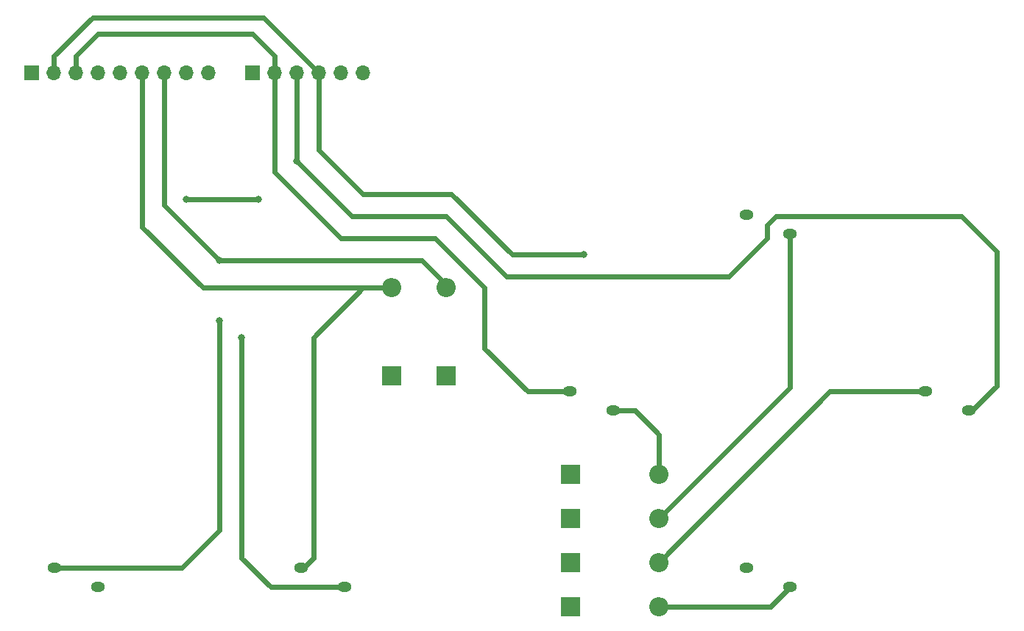
<source format=gtl>
G04 #@! TF.GenerationSoftware,KiCad,Pcbnew,7.0.10*
G04 #@! TF.CreationDate,2024-02-23T16:37:41+09:00*
G04 #@! TF.ProjectId,game_pad,67616d65-5f70-4616-942e-6b696361645f,1*
G04 #@! TF.SameCoordinates,Original*
G04 #@! TF.FileFunction,Copper,L1,Top*
G04 #@! TF.FilePolarity,Positive*
%FSLAX46Y46*%
G04 Gerber Fmt 4.6, Leading zero omitted, Abs format (unit mm)*
G04 Created by KiCad (PCBNEW 7.0.10) date 2024-02-23 16:37:41*
%MOMM*%
%LPD*%
G01*
G04 APERTURE LIST*
G04 #@! TA.AperFunction,ComponentPad*
%ADD10O,1.600000X1.200000*%
G04 #@! TD*
G04 #@! TA.AperFunction,ComponentPad*
%ADD11R,1.700000X1.700000*%
G04 #@! TD*
G04 #@! TA.AperFunction,ComponentPad*
%ADD12O,1.700000X1.700000*%
G04 #@! TD*
G04 #@! TA.AperFunction,ComponentPad*
%ADD13R,2.200000X2.200000*%
G04 #@! TD*
G04 #@! TA.AperFunction,ComponentPad*
%ADD14O,2.200000X2.200000*%
G04 #@! TD*
G04 #@! TA.AperFunction,ViaPad*
%ADD15C,0.800000*%
G04 #@! TD*
G04 #@! TA.AperFunction,Conductor*
%ADD16C,0.600000*%
G04 #@! TD*
G04 APERTURE END LIST*
D10*
X150790000Y-130700000D03*
X155790000Y-132900000D03*
D11*
X93980000Y-73660000D03*
D12*
X96520000Y-73660000D03*
X99060000Y-73660000D03*
X101600000Y-73660000D03*
X104140000Y-73660000D03*
X106680000Y-73660000D03*
D13*
X130556000Y-119888000D03*
D14*
X140716000Y-119888000D03*
D13*
X130556000Y-124968000D03*
D14*
X140716000Y-124968000D03*
D10*
X171315000Y-110380000D03*
X176315000Y-112580000D03*
D13*
X130556000Y-130048000D03*
D14*
X140716000Y-130048000D03*
D13*
X109982000Y-108585000D03*
D14*
X109982000Y-98425000D03*
D10*
X71200000Y-130700000D03*
X76200000Y-132900000D03*
D13*
X116205000Y-108585000D03*
D14*
X116205000Y-98425000D03*
D10*
X130470000Y-110380000D03*
X135470000Y-112580000D03*
D13*
X130556000Y-135128000D03*
D14*
X140716000Y-135128000D03*
D10*
X150780000Y-90060000D03*
X155780000Y-92260000D03*
D11*
X68580000Y-73660000D03*
D12*
X71120000Y-73660000D03*
X73660000Y-73660000D03*
X76200000Y-73660000D03*
X78740000Y-73660000D03*
X81280000Y-73660000D03*
X83820000Y-73660000D03*
X86360000Y-73660000D03*
X88900000Y-73660000D03*
D10*
X99560000Y-130700000D03*
X104560000Y-132900000D03*
D15*
X90170000Y-95250000D03*
X90170000Y-102235000D03*
X132080000Y-94615000D03*
X86360000Y-88265000D03*
X94615000Y-88265000D03*
X99060000Y-83820000D03*
X92710000Y-104140000D03*
D16*
X100965000Y-129540000D02*
X100965000Y-104140000D01*
X100965000Y-104140000D02*
X106605000Y-98500000D01*
X105410000Y-98425000D02*
X88265000Y-98425000D01*
X106530000Y-98425000D02*
X105410000Y-98425000D01*
X81280000Y-91440000D02*
X81280000Y-73660000D01*
X106605000Y-98500000D02*
X106680000Y-98425000D01*
X105410000Y-98425000D02*
X107315000Y-98425000D01*
X106680000Y-98425000D02*
X107315000Y-98425000D01*
X106605000Y-98500000D02*
X106530000Y-98425000D01*
X88265000Y-98425000D02*
X81280000Y-91440000D01*
X99805000Y-130700000D02*
X100965000Y-129540000D01*
X107315000Y-98425000D02*
X109982000Y-98425000D01*
X71200000Y-130700000D02*
X85835000Y-130700000D01*
X113430000Y-95250000D02*
X90170000Y-95250000D01*
X83820000Y-88900000D02*
X90170000Y-95250000D01*
X85835000Y-130700000D02*
X90170000Y-126365000D01*
X113430000Y-95250000D02*
X115900000Y-97720000D01*
X90170000Y-126365000D02*
X90170000Y-102235000D01*
X83820000Y-73660000D02*
X83820000Y-88900000D01*
X115900000Y-97720000D02*
X115900000Y-98425000D01*
X75565000Y-67310000D02*
X95250000Y-67310000D01*
X123825000Y-94615000D02*
X132080000Y-94615000D01*
X101600000Y-82550000D02*
X106680000Y-87630000D01*
X71120000Y-73660000D02*
X71120000Y-71755000D01*
X106680000Y-87630000D02*
X116840000Y-87630000D01*
X71120000Y-71755000D02*
X75565000Y-67310000D01*
X95250000Y-67310000D02*
X101600000Y-73660000D01*
X101600000Y-73660000D02*
X101600000Y-82550000D01*
X116840000Y-87630000D02*
X123825000Y-94615000D01*
X96520000Y-71755000D02*
X93980000Y-69215000D01*
X93980000Y-69215000D02*
X76200000Y-69215000D01*
X76200000Y-69215000D02*
X73660000Y-71755000D01*
X104140000Y-92710000D02*
X114935000Y-92710000D01*
X96520000Y-73660000D02*
X96520000Y-85090000D01*
X125620000Y-110380000D02*
X130470000Y-110380000D01*
X120650000Y-105410000D02*
X125620000Y-110380000D01*
X120650000Y-98425000D02*
X120650000Y-105410000D01*
X96520000Y-85090000D02*
X104140000Y-92710000D01*
X96520000Y-73660000D02*
X96520000Y-71755000D01*
X114935000Y-92710000D02*
X120650000Y-98425000D01*
X73660000Y-71755000D02*
X73660000Y-73660000D01*
X153162000Y-92710000D02*
X153162000Y-91186000D01*
X99060000Y-73660000D02*
X99060000Y-83820000D01*
X105410000Y-90170000D02*
X116205000Y-90170000D01*
X179578000Y-109728000D02*
X176726000Y-112580000D01*
X153162000Y-91186000D02*
X154178000Y-90170000D01*
X179578000Y-94234000D02*
X179578000Y-109728000D01*
X148717000Y-97155000D02*
X153162000Y-92710000D01*
X94615000Y-88265000D02*
X86360000Y-88265000D01*
X154178000Y-90170000D02*
X175514000Y-90170000D01*
X116205000Y-90170000D02*
X123190000Y-97155000D01*
X123190000Y-97155000D02*
X148717000Y-97155000D01*
X176726000Y-112580000D02*
X176315000Y-112580000D01*
X99060000Y-83820000D02*
X105410000Y-90170000D01*
X175514000Y-90170000D02*
X179578000Y-94234000D01*
X96070000Y-132900000D02*
X104560000Y-132900000D01*
X92710000Y-129540000D02*
X96070000Y-132900000D01*
X92710000Y-104140000D02*
X92710000Y-129540000D01*
X140716000Y-135128000D02*
X153562000Y-135128000D01*
X153562000Y-135128000D02*
X155790000Y-132900000D01*
X155780000Y-109904000D02*
X140716000Y-124968000D01*
X155780000Y-92260000D02*
X155780000Y-109904000D01*
X135470000Y-112580000D02*
X137980000Y-112580000D01*
X140716000Y-115316000D02*
X140716000Y-119888000D01*
X137980000Y-112580000D02*
X140716000Y-115316000D01*
X160384000Y-110380000D02*
X140716000Y-130048000D01*
X171315000Y-110380000D02*
X160384000Y-110380000D01*
M02*

</source>
